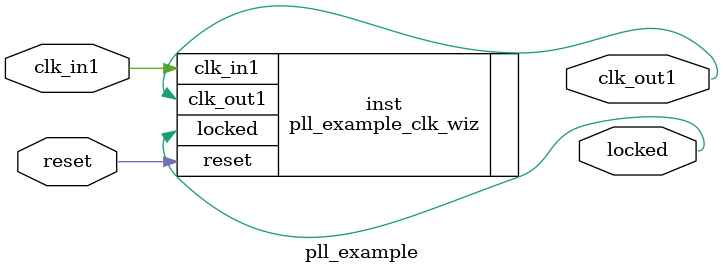
<source format=v>


`timescale 1ps/1ps

(* CORE_GENERATION_INFO = "pll_example,clk_wiz_v6_0_4_0_0,{component_name=pll_example,use_phase_alignment=true,use_min_o_jitter=false,use_max_i_jitter=false,use_dyn_phase_shift=false,use_inclk_switchover=false,use_dyn_reconfig=false,enable_axi=0,feedback_source=FDBK_AUTO,PRIMITIVE=MMCM,num_out_clk=1,clkin1_period=20.000,clkin2_period=10.0,use_power_down=false,use_reset=true,use_locked=true,use_inclk_stopped=false,feedback_type=SINGLE,CLOCK_MGR_TYPE=NA,manual_override=false}" *)

module pll_example 
 (
  // Clock out ports
  output        clk_out1,
  // Status and control signals
  input         reset,
  output        locked,
 // Clock in ports
  input         clk_in1
 );

  pll_example_clk_wiz inst
  (
  // Clock out ports  
  .clk_out1(clk_out1),
  // Status and control signals               
  .reset(reset), 
  .locked(locked),
 // Clock in ports
  .clk_in1(clk_in1)
  );

endmodule

</source>
